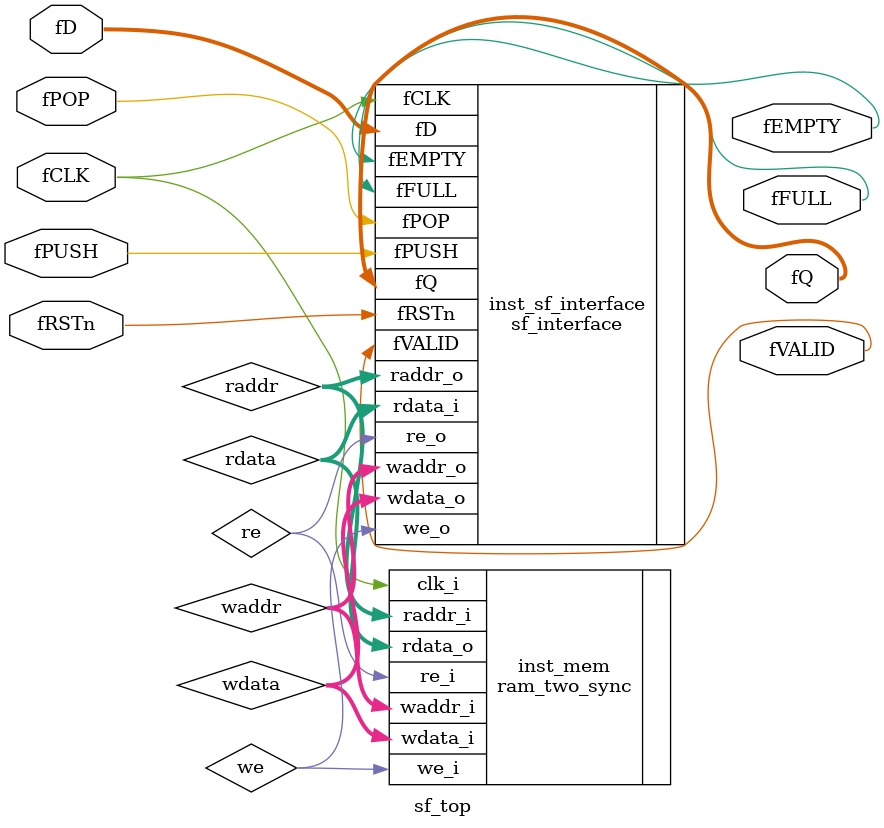
<source format=sv>

module sf_top #(
    parameter  int Width = 32,
    parameter  int Depth = 16,
    localparam int Aw    = $clog2(Depth)
) (
    input              fCLK,
    input              fRSTn,
    input              fPUSH,
    input              fPOP,
    input  [Width-1:0] fD,
    output [Width-1:0] fQ,
    output             fVALID,
    output             fEMPTY,
    output             fFULL
);

    logic             we;
    logic [   Aw-1:0] waddr;
    logic [Width-1:0] wdata;
    logic             re;
    logic [   Aw-1:0] raddr;
    logic [Width-1:0] rdata;

    sf_interface #(
        .Width (Width),
        .Depth (Depth)
    ) inst_sf_interface (
        .fCLK    (fCLK),
        .fRSTn   (fRSTn),
        .fPUSH   (fPUSH),
        .fPOP    (fPOP),
        .fD      (fD),
        .fQ      (fQ),
        .fVALID  (fVALID),
        .fEMPTY  (fEMPTY),
        .fFULL   (fFULL),

        .we_o    (we),
        .waddr_o (waddr),
        .wdata_o (wdata),

        .re_o    (re),
        .raddr_o (raddr),
        .rdata_i (rdata)
    );

    ram_two_sync #(
        .Width (Width),
        .Depth (Depth)
    ) inst_mem (
        .clk_i   (fCLK),

        .we_i    (we),
        .waddr_i (waddr),
        .wdata_i (wdata),

        .re_i    (re),
        .raddr_i (raddr),
        .rdata_o (rdata)
    );

endmodule

</source>
